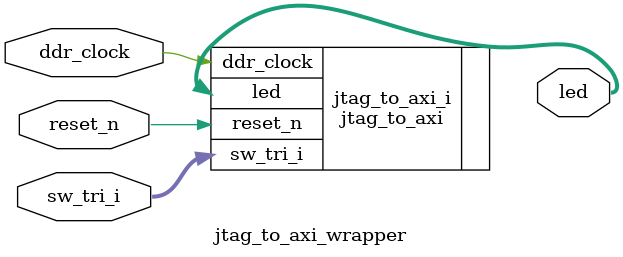
<source format=v>
`timescale 1 ps / 1 ps

module jtag_to_axi_wrapper
   (ddr_clock,
    led,
    reset_n,
    sw_tri_i);
  input ddr_clock;
  output [1:0]led;
  input reset_n;
  input [3:0]sw_tri_i;

  wire ddr_clock;
  wire [1:0]led;
  wire reset_n;
  wire [3:0]sw_tri_i;

  jtag_to_axi jtag_to_axi_i
       (.ddr_clock(ddr_clock),
        .led(led),
        .reset_n(reset_n),
        .sw_tri_i(sw_tri_i));
endmodule

</source>
